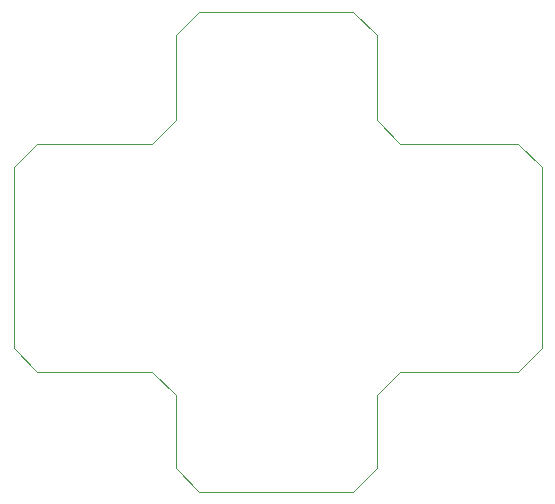
<source format=gbr>
%TF.GenerationSoftware,KiCad,Pcbnew,8.0.2*%
%TF.CreationDate,2024-06-10T10:52:33+02:00*%
%TF.ProjectId,Bag plane,42616720-706c-4616-9e65-2e6b69636164,rev?*%
%TF.SameCoordinates,Original*%
%TF.FileFunction,Profile,NP*%
%FSLAX46Y46*%
G04 Gerber Fmt 4.6, Leading zero omitted, Abs format (unit mm)*
G04 Created by KiCad (PCBNEW 8.0.2) date 2024-06-10 10:52:33*
%MOMM*%
%LPD*%
G01*
G04 APERTURE LIST*
%TA.AperFunction,Profile*%
%ADD10C,0.050000*%
%TD*%
G04 APERTURE END LIST*
D10*
X135890000Y-57880000D02*
X133890000Y-55880000D01*
X135890000Y-94520000D02*
X133890000Y-96520000D01*
X137890000Y-86360000D02*
X147860000Y-86360000D01*
X118872000Y-94520000D02*
X118872000Y-88360000D01*
X149860000Y-84360000D02*
X149860000Y-69056000D01*
X120872000Y-96520000D02*
X118872000Y-94520000D01*
X149860000Y-69056000D02*
X147860000Y-67056000D01*
X105156000Y-69056000D02*
X105156000Y-84360000D01*
X118872000Y-65056000D02*
X118872000Y-57880000D01*
X137890000Y-86360000D02*
X135890000Y-88360000D01*
X107156000Y-67056000D02*
X105156000Y-69056000D01*
X118872000Y-57880000D02*
X120872000Y-55880000D01*
X116872000Y-67056000D02*
X107156000Y-67056000D01*
X116872000Y-67056000D02*
X118872000Y-65056000D01*
X147860000Y-86360000D02*
X149860000Y-84360000D01*
X133890000Y-96520000D02*
X120872000Y-96520000D01*
X137890000Y-67056000D02*
X147860000Y-67056000D01*
X116872000Y-86360000D02*
X118872000Y-88360000D01*
X135890000Y-65056000D02*
X135890000Y-57880000D01*
X133890000Y-55880000D02*
X120872000Y-55880000D01*
X135890000Y-88360000D02*
X135890000Y-94520000D01*
X107156000Y-86360000D02*
X105156000Y-84360000D01*
X135890000Y-65056000D02*
X137890000Y-67056000D01*
X107156000Y-86360000D02*
X116872000Y-86360000D01*
M02*

</source>
